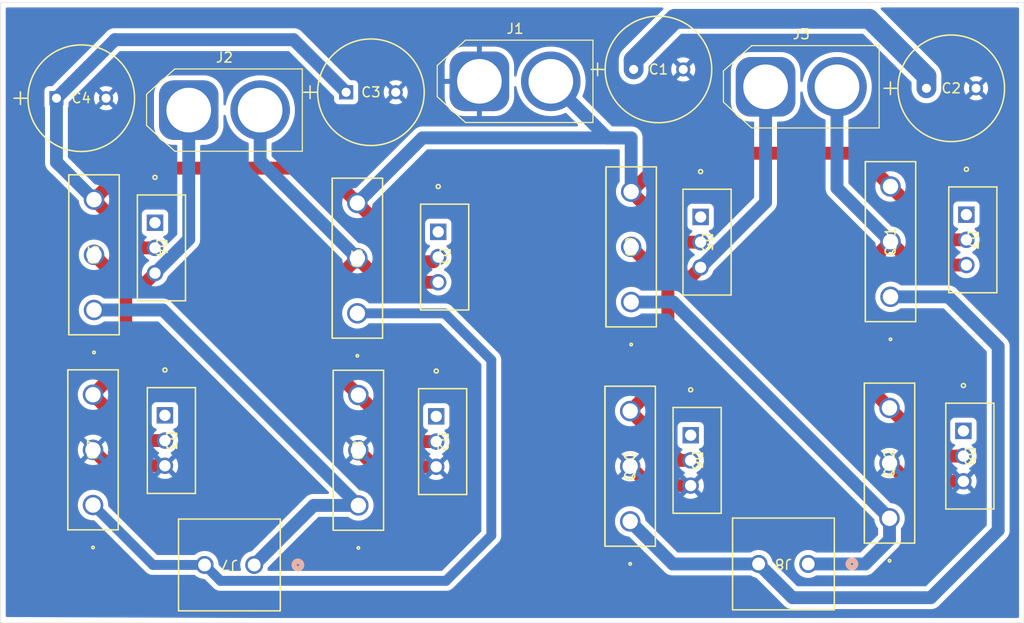
<source format=kicad_pcb>
(kicad_pcb (version 20240108) (generator "pcbnew") (generator_version "8.0")
  (layers (0 "F.Cu" signal) (31 "B.Cu" signal) (34 "B.Paste" user) (35 "F.Paste" user) (36 "B.SilkS" user "B.Silkscreen") (37 "F.SilkS" user "F.Silkscreen") (38 "B.Mask" user) (39 "F.Mask" user) (44 "Edge.Cuts" user))
  (net 0 "")
  (net 1 "Net-(D2-K)")
  (net 3 "+48V")
  (net 4 "GND")
  (net 5 "BDC1")
  (net 6 "BDC2")
  (net 7 "BDC11")
  (net 8 "BDC22")
  (net 10 "Net-(D3-K)")
  (net 14 "Net-(D6-K)")
  (net 17 "Net-(D8-K)")
  (footprint "Connector_AMASS:AMASS_XT60-F_1x02_P7.20mm_Vertical" (layer "F.Cu") (at 129.9 62.15)
    (property "Reference" "J2" (at 3.6 -5.3 180) (layer "F.SilkS"))
    (property "Value" "Conn_01x02_Pin")
    (fp_line (start -4.25 -1.6) (end -4.25 1.55) (stroke (width 0.12)) (layer "F.SilkS"))
    (fp_line (start -4.25 1.55) (end -1.4 4.15) (stroke (width 0.12)) (layer "F.SilkS"))
    (fp_line (start -1.4 -4.15) (end -4.25 -1.6) (stroke (width 0.12)) (layer "F.SilkS"))
    (fp_line (start -1.4 4.15) (end 11.45 4.15) (stroke (width 0.12)) (layer "F.SilkS"))
    (fp_line (start 11.45 -4.15) (end -1.4 -4.15) (stroke (width 0.12)) (layer "F.SilkS"))
    (fp_line (start 11.45 4.15) (end 11.45 -4.15) (stroke (width 0.12)) (layer "F.SilkS"))
    (pad "1" thru_hole roundrect (at 0 0) (size 6 6) (drill 4.5) (layers "*.Cu" "*.Mask") (net 10 "Net-(D3-K)"))
    (pad "2" thru_hole circle (at 7.2 0) (size 6 6) (drill 4.5) (layers "*.Cu" "*.Mask") (net 1 "Net-(D2-K)"))
  )
  (footprint "ZSKIBIDI:schottky" (layer "F.Cu") (at 126.5 73.5 -90)
    (property "Reference" "D4" (at 2.54 -0.65 -90) (layer "F.SilkS"))
    (property "Value" "D_Schottky_AKA")
    (fp_line (start -2.794 1.7757) (end 7.874 1.7757) (stroke (width 0.1524)) (layer "F.SilkS"))
    (fp_line (start 7.874 1.7757) (end 7.874 -3.0757) (stroke (width 0.1524)) (layer "F.SilkS"))
    (fp_line (start -2.794 -3.0757) (end -2.794 1.7757) (stroke (width 0.1524)) (layer "F.SilkS"))
    (fp_line (start 7.874 -3.0757) (end -2.794 -3.0757) (stroke (width 0.1524)) (layer "F.SilkS"))
    (fp_circle (center -4.572 0) (end -4.3688 0) (stroke (width 0.1524)) (fill none) (layer "F.SilkS"))
    (pad "1" thru_hole rect (at 0 0 270) (size 1.651 1.651) (drill 1.143) (layers "*.Cu" "*.Mask"))
    (pad "2" thru_hole circle (at 2.54 0 270) (size 1.651 1.651) (drill 1.143) (layers "*.Cu" "*.Mask") (net 3 "+48V"))
    (pad "3" thru_hole circle (at 5.08 0 270) (size 1.651 1.651) (drill 1.143) (layers "*.Cu" "*.Mask") (net 10 "Net-(D3-K)"))
  )
  (footprint "ZSKIBIDI:schottky" (layer "F.Cu") (at 154.85 93.0245 -90)
    (property "Reference" "D2" (at 2.54 -0.65 -90) (layer "F.SilkS"))
    (property "Value" "D_Schottky_AKA")
    (fp_line (start -2.794 1.7757) (end 7.874 1.7757) (stroke (width 0.1524)) (layer "F.SilkS"))
    (fp_line (start 7.874 1.7757) (end 7.874 -3.0757) (stroke (width 0.1524)) (layer "F.SilkS"))
    (fp_line (start -2.794 -3.0757) (end -2.794 1.7757) (stroke (width 0.1524)) (layer "F.SilkS"))
    (fp_line (start 7.874 -3.0757) (end -2.794 -3.0757) (stroke (width 0.1524)) (layer "F.SilkS"))
    (fp_circle (center -4.572 0) (end -4.3688 0) (stroke (width 0.1524)) (fill none) (layer "F.SilkS"))
    (pad "1" thru_hole rect (at 0 0 270) (size 1.651 1.651) (drill 1.143) (layers "*.Cu" "*.Mask"))
    (pad "2" thru_hole circle (at 2.54 0 270) (size 1.651 1.651) (drill 1.143) (layers "*.Cu" "*.Mask") (net 1 "Net-(D2-K)"))
    (pad "3" thru_hole circle (at 5.08 0 270) (size 1.651 1.651) (drill 1.143) (layers "*.Cu" "*.Mask") (net 4 "GND"))
  )
  (footprint "ZSKIBIDI:BIGASSCAP" (layer "F.Cu") (at 145.76675 60.35)
    (property "Reference" "C3" (at 2.5 0 0) (layer "F.SilkS"))
    (property "Value" "440uF")
    (fp_line (start -4.2691 0) (end -2.9991 0) (stroke (width 0.1524)) (layer "F.SilkS"))
    (fp_line (start -3.6341 -0.635) (end -3.6341 0.635) (stroke (width 0.1524)) (layer "F.SilkS"))
    (fp_circle (center 2.5 0) (end 7.8721 0) (stroke (width 0.1524)) (fill none) (layer "F.SilkS"))
    (pad "1" thru_hole rect (at 0 0) (size 1.4224 1.4224) (drill 0.9144) (layers "*.Cu" "*.Mask") (net 3 "+48V"))
    (pad "2" thru_hole circle (at 5 0) (size 1.4224 1.4224) (drill 0.9144) (layers "*.Cu" "*.Mask") (net 4 "GND"))
  )
  (footprint "ZSKIBIDI:schottky" (layer "F.Cu") (at 155.05 74.4245 -90)
    (property "Reference" "D1" (at 2.54 -0.65 -90) (layer "F.SilkS"))
    (property "Value" "D_Schottky_AKA")
    (fp_line (start -2.794 1.7757) (end 7.874 1.7757) (stroke (width 0.1524)) (layer "F.SilkS"))
    (fp_line (start 7.874 1.7757) (end 7.874 -3.0757) (stroke (width 0.1524)) (layer "F.SilkS"))
    (fp_line (start -2.794 -3.0757) (end -2.794 1.7757) (stroke (width 0.1524)) (layer "F.SilkS"))
    (fp_line (start 7.874 -3.0757) (end -2.794 -3.0757) (stroke (width 0.1524)) (layer "F.SilkS"))
    (fp_circle (center -4.572 0) (end -4.3688 0) (stroke (width 0.1524)) (fill none) (layer "F.SilkS"))
    (pad "1" thru_hole rect (at 0 0 270) (size 1.651 1.651) (drill 1.143) (layers "*.Cu" "*.Mask"))
    (pad "2" thru_hole circle (at 2.54 0 270) (size 1.651 1.651) (drill 1.143) (layers "*.Cu" "*.Mask") (net 3 "+48V"))
    (pad "3" thru_hole circle (at 5.08 0 270) (size 1.651 1.651) (drill 1.143) (layers "*.Cu" "*.Mask") (net 1 "Net-(D2-K)"))
  )
  (footprint "ZSKIBIDI:schottky" (layer "F.Cu") (at 181.5 72.92 -90)
    (property "Reference" "D5" (at 2.54 -0.65 -90) (layer "F.SilkS"))
    (property "Value" "D_Schottky_AKA")
    (fp_line (start -2.794 1.7757) (end 7.874 1.7757) (stroke (width 0.1524)) (layer "F.SilkS"))
    (fp_line (start 7.874 1.7757) (end 7.874 -3.0757) (stroke (width 0.1524)) (layer "F.SilkS"))
    (fp_line (start -2.794 -3.0757) (end -2.794 1.7757) (stroke (width 0.1524)) (layer "F.SilkS"))
    (fp_line (start 7.874 -3.0757) (end -2.794 -3.0757) (stroke (width 0.1524)) (layer "F.SilkS"))
    (fp_circle (center -4.572 0) (end -4.3688 0) (stroke (width 0.1524)) (fill none) (layer "F.SilkS"))
    (pad "1" thru_hole rect (at 0 0 270) (size 1.651 1.651) (drill 1.143) (layers "*.Cu" "*.Mask"))
    (pad "2" thru_hole circle (at 2.54 0 270) (size 1.651 1.651) (drill 1.143) (layers "*.Cu" "*.Mask") (net 3 "+48V"))
    (pad "3" thru_hole circle (at 5.08 0 270) (size 1.651 1.651) (drill 1.143) (layers "*.Cu" "*.Mask") (net 14 "Net-(D6-K)"))
  )
  (footprint "ZSKIBIDI:schottky" (layer "F.Cu") (at 127.5 92.92 -90)
    (property "Reference" "D3" (at 2.54 -0.65 -90) (layer "F.SilkS"))
    (property "Value" "D_Schottky_AKA")
    (fp_line (start -2.794 1.7757) (end 7.874 1.7757) (stroke (width 0.1524)) (layer "F.SilkS"))
    (fp_line (start 7.874 1.7757) (end 7.874 -3.0757) (stroke (width 0.1524)) (layer "F.SilkS"))
    (fp_line (start -2.794 -3.0757) (end -2.794 1.7757) (stroke (width 0.1524)) (layer "F.SilkS"))
    (fp_line (start 7.874 -3.0757) (end -2.794 -3.0757) (stroke (width 0.1524)) (layer "F.SilkS"))
    (fp_circle (center -4.572 0) (end -4.3688 0) (stroke (width 0.1524)) (fill none) (layer "F.SilkS"))
    (pad "1" thru_hole rect (at 0 0 270) (size 1.651 1.651) (drill 1.143) (layers "*.Cu" "*.Mask"))
    (pad "2" thru_hole circle (at 2.54 0 270) (size 1.651 1.651) (drill 1.143) (layers "*.Cu" "*.Mask") (net 10 "Net-(D3-K)"))
    (pad "3" thru_hole circle (at 5.08 0 270) (size 1.651 1.651) (drill 1.143) (layers "*.Cu" "*.Mask") (net 4 "GND"))
  )
  (footprint "ZSKIBIDI:schottky" (layer "F.Cu") (at 207.9939 94.4871 -90)
    (property "Reference" "D8" (at 2.54 -0.65 -90) (layer "F.SilkS"))
    (property "Value" "D_Schottky_AKA")
    (fp_line (start -2.794 1.7757) (end 7.874 1.7757) (stroke (width 0.1524)) (layer "F.SilkS"))
    (fp_line (start 7.874 1.7757) (end 7.874 -3.0757) (stroke (width 0.1524)) (layer "F.SilkS"))
    (fp_line (start -2.794 -3.0757) (end -2.794 1.7757) (stroke (width 0.1524)) (layer "F.SilkS"))
    (fp_line (start 7.874 -3.0757) (end -2.794 -3.0757) (stroke (width 0.1524)) (layer "F.SilkS"))
    (fp_circle (center -4.572 0) (end -4.3688 0) (stroke (width 0.1524)) (fill none) (layer "F.SilkS"))
    (pad "1" thru_hole rect (at 0 0 270) (size 1.651 1.651) (drill 1.143) (layers "*.Cu" "*.Mask"))
    (pad "2" thru_hole circle (at 2.54 0 270) (size 1.651 1.651) (drill 1.143) (layers "*.Cu" "*.Mask") (net 17 "Net-(D8-K)"))
    (pad "3" thru_hole circle (at 5.08 0 270) (size 1.651 1.651) (drill 1.143) (layers "*.Cu" "*.Mask") (net 4 "GND"))
  )
  (footprint "ZSKIBIDI:schottky" (layer "F.Cu") (at 180.5 94.92 -90)
    (property "Reference" "D6" (at 2.54 -0.65 -90) (layer "F.SilkS"))
    (property "Value" "D_Schottky_AKA")
    (fp_line (start -2.794 1.7757) (end 7.874 1.7757) (stroke (width 0.1524)) (layer "F.SilkS"))
    (fp_line (start 7.874 1.7757) (end 7.874 -3.0757) (stroke (width 0.1524)) (layer "F.SilkS"))
    (fp_line (start -2.794 -3.0757) (end -2.794 1.7757) (stroke (width 0.1524)) (layer "F.SilkS"))
    (fp_line (start 7.874 -3.0757) (end -2.794 -3.0757) (stroke (width 0.1524)) (layer "F.SilkS"))
    (fp_circle (center -4.572 0) (end -4.3688 0) (stroke (width 0.1524)) (fill none) (layer "F.SilkS"))
    (pad "1" thru_hole rect (at 0 0 270) (size 1.651 1.651) (drill 1.143) (layers "*.Cu" "*.Mask"))
    (pad "2" thru_hole circle (at 2.54 0 270) (size 1.651 1.651) (drill 1.143) (layers "*.Cu" "*.Mask") (net 14 "Net-(D6-K)"))
    (pad "3" thru_hole circle (at 5.08 0 270) (size 1.651 1.651) (drill 1.143) (layers "*.Cu" "*.Mask") (net 4 "GND"))
  )
  (footprint "ZSKIBIDI:schottky" (layer "F.Cu") (at 208.2939 72.6871 -90)
    (property "Reference" "D7" (at 2.54 -0.65 -90) (layer "F.SilkS"))
    (property "Value" "D_Schottky_AKA")
    (fp_line (start -2.794 1.7757) (end 7.874 1.7757) (stroke (width 0.1524)) (layer "F.SilkS"))
    (fp_line (start 7.874 1.7757) (end 7.874 -3.0757) (stroke (width 0.1524)) (layer "F.SilkS"))
    (fp_line (start -2.794 -3.0757) (end -2.794 1.7757) (stroke (width 0.1524)) (layer "F.SilkS"))
    (fp_line (start 7.874 -3.0757) (end -2.794 -3.0757) (stroke (width 0.1524)) (layer "F.SilkS"))
    (fp_circle (center -4.572 0) (end -4.3688 0) (stroke (width 0.1524)) (fill none) (layer "F.SilkS"))
    (pad "1" thru_hole rect (at 0 0 270) (size 1.651 1.651) (drill 1.143) (layers "*.Cu" "*.Mask"))
    (pad "2" thru_hole circle (at 2.54 0 270) (size 1.651 1.651) (drill 1.143) (layers "*.Cu" "*.Mask") (net 3 "+48V"))
    (pad "3" thru_hole circle (at 5.08 0 270) (size 1.651 1.651) (drill 1.143) (layers "*.Cu" "*.Mask") (net 17 "Net-(D8-K)"))
  )
  (footprint "Skibidi-feet:IGBT" (layer "F.Cu") (at 120.3513 82.29965 90)
    (property "Reference" "Q5" (at 5.5626 0 90) (layer "F.SilkS"))
    (property "Value" "IGBT")
    (fp_line (start 13.6271 -2.54) (end -2.5019 -2.54) (stroke (width 0.1524)) (layer "F.SilkS"))
    (fp_line (start -2.3749 -2.54) (end 13.5001 -2.54) (stroke (width 0.1524)) (layer "F.SilkS"))
    (fp_line (start -2.5019 -2.54) (end -2.5019 2.54) (stroke (width 0.1524)) (layer "F.SilkS"))
    (fp_line (start 13.6271 2.54) (end 13.6271 -2.54) (stroke (width 0.1524)) (layer "F.SilkS"))
    (fp_line (start -2.5019 2.54) (end 13.6271 2.54) (stroke (width 0.1524)) (layer "F.SilkS"))
    (fp_circle (center -4.2799 0) (end -4.1529 0) (stroke (width 0.1524)) (fill none) (layer "F.SilkS"))
    (pad "1" thru_hole circle (at 0 0 90) (size 2.0574 2.0574) (drill 1.5494) (layers "*.Cu" "*.Mask") (net 7 "BDC11"))
    (pad "2" thru_hole circle (at 5.5626 0 90) (size 2.0574 2.0574) (drill 1.5494) (layers "*.Cu" "*.Mask") (net 10 "Net-(D3-K)"))
    (pad "3" thru_hole circle (at 11.1252 0 90) (size 2.0574 2.0574) (drill 1.5494) (layers "*.Cu" "*.Mask") (net 3 "+48V"))
  )
  (footprint "ZSKIBIDI:BIGASSCAP" (layer "F.Cu") (at 116.56675 60.95)
    (property "Reference" "C4" (at 2.5 0 0) (layer "F.SilkS"))
    (property "Value" "440uF")
    (fp_line (start -4.2691 0) (end -2.9991 0) (stroke (width 0.1524)) (layer "F.SilkS"))
    (fp_line (start -3.6341 -0.635) (end -3.6341 0.635) (stroke (width 0.1524)) (layer "F.SilkS"))
    (fp_circle (center 2.5 0) (end 7.8721 0) (stroke (width 0.1524)) (fill none) (layer "F.SilkS"))
    (pad "1" thru_hole rect (at 0 0) (size 1.4224 1.4224) (drill 0.9144) (layers "*.Cu" "*.Mask") (net 3 "+48V"))
    (pad "2" thru_hole circle (at 5 0) (size 1.4224 1.4224) (drill 0.9144) (layers "*.Cu" "*.Mask") (net 4 "GND"))
  )
  (footprint "Skibidi-feet:IGBT" (layer "F.Cu") (at 146.9 82.6374 90)
    (property "Reference" "Q6" (at 5.5626 0 90) (layer "F.SilkS"))
    (property "Value" "IGBT")
    (fp_line (start 13.6271 -2.54) (end -2.5019 -2.54) (stroke (width 0.1524)) (layer "F.SilkS"))
    (fp_line (start -2.3749 -2.54) (end 13.5001 -2.54) (stroke (width 0.1524)) (layer "F.SilkS"))
    (fp_line (start -2.5019 -2.54) (end -2.5019 2.54) (stroke (width 0.1524)) (layer "F.SilkS"))
    (fp_line (start 13.6271 2.54) (end 13.6271 -2.54) (stroke (width 0.1524)) (layer "F.SilkS"))
    (fp_line (start -2.5019 2.54) (end 13.6271 2.54) (stroke (width 0.1524)) (layer "F.SilkS"))
    (fp_circle (center -4.2799 0) (end -4.1529 0) (stroke (width 0.1524)) (fill none) (layer "F.SilkS"))
    (pad "1" thru_hole circle (at 0 0 90) (size 2.0574 2.0574) (drill 1.5494) (layers "*.Cu" "*.Mask") (net 8 "BDC22"))
    (pad "2" thru_hole circle (at 5.5626 0 90) (size 2.0574 2.0574) (drill 1.5494) (layers "*.Cu" "*.Mask") (net 1 "Net-(D2-K)"))
    (pad "3" thru_hole circle (at 11.1252 0 90) (size 2.0574 2.0574) (drill 1.5494) (layers "*.Cu" "*.Mask") (net 3 "+48V"))
  )
  (footprint "Skibidi-feet:IGBT" (layer "F.Cu") (at 200.6439 80.9736 90)
    (property "Reference" "Q11" (at 5.5626 0 90) (layer "F.SilkS"))
    (property "Value" "IGBT")
    (fp_line (start 13.6271 -2.54) (end -2.5019 -2.54) (stroke (width 0.1524)) (layer "F.SilkS"))
    (fp_line (start -2.3749 -2.54) (end 13.5001 -2.54) (stroke (width 0.1524)) (layer "F.SilkS"))
    (fp_line (start -2.5019 -2.54) (end -2.5019 2.54) (stroke (width 0.1524)) (layer "F.SilkS"))
    (fp_line (start 13.6271 2.54) (end 13.6271 -2.54) (stroke (width 0.1524)) (layer "F.SilkS"))
    (fp_line (start -2.5019 2.54) (end 13.6271 2.54) (stroke (width 0.1524)) (layer "F.SilkS"))
    (fp_circle (center -4.2799 0) (end -4.1529 0) (stroke (width 0.1524)) (fill none) (layer "F.SilkS"))
    (pad "1" thru_hole circle (at 0 0 90) (size 2.0574 2.0574) (drill 1.5494) (layers "*.Cu" "*.Mask") (net 6 "BDC2"))
    (pad "2" thru_hole circle (at 5.5626 0 90) (size 2.0574 2.0574) (drill 1.5494) (layers "*.Cu" "*.Mask") (net 17 "Net-(D8-K)"))
    (pad "3" thru_hole circle (at 11.1252 0 90) (size 2.0574 2.0574) (drill 1.5494) (layers "*.Cu" "*.Mask") (net 3 "+48V"))
  )
  (footprint "Skibidi-feet:Screwterminal2" (layer "F.Cu") (at 136.5 108 180)
    (property "Reference" "J7" (at 2.5 0 180) (layer "F.SilkS"))
    (property "Value" "Screw_Terminal_01x02")
    (fp_circle (center -4.405 0) (end -4.024 0) (stroke (width 0.508)) (fill none) (layer "B.SilkS"))
    (fp_line (start 7.627 4.626999) (end 7.627 -4.627001) (stroke (width 0.1524)) (layer "F.SilkS"))
    (fp_line (start 7.627 -4.627001) (end -2.627 -4.627001) (stroke (width 0.1524)) (layer "F.SilkS"))
    (fp_line (start -2.627 4.626999) (end 7.627 4.626999) (stroke (width 0.1524)) (layer "F.SilkS"))
    (fp_line (start -2.627 -4.627001) (end -2.627 4.626999) (stroke (width 0.1524)) (layer "F.SilkS"))
    (fp_circle (center -4.405 0) (end -4.024 0) (stroke (width 0.508)) (fill none) (layer "F.SilkS"))
    (pad "1" thru_hole circle (at 0 0 180) (size 1.8034 1.8034) (drill 1.2954) (layers "*.Cu" "*.Mask") (net 7 "BDC11"))
    (pad "2" thru_hole circle (at 5 0 180) (size 1.8034 1.8034) (drill 1.2954) (layers "*.Cu" "*.Mask") (net 8 "BDC22"))
  )
  (footprint "Skibidi-feet:Screwterminal2" (layer "F.Cu") (at 192.35 107.9 180)
    (property "Reference" "J8" (at 2.5 0 180) (layer "F.SilkS"))
    (property "Value" "Screw_Terminal_01x02")
    (fp_circle (center -4.405 0) (end -4.024 0) (stroke (width 0.508)) (fill none) (layer "B.SilkS"))
    (fp_line (start 7.627 4.626999) (end 7.627 -4.627001) (stroke (width 0.1524)) (layer "F.SilkS"))
    (fp_line (start 7.627 -4.627001) (end -2.627 -4.627001) (stroke (width 0.1524)) (layer "F.SilkS"))
    (fp_line (start -2.627 4.626999) (end 7.627 4.626999) (stroke (width 0.1524)) (layer "F.SilkS"))
    (fp_line (start -2.627 -4.627001) (end -2.627 4.626999) (stroke (width 0.1524)) (layer "F.SilkS"))
    (fp_circle (center -4.405 0) (end -4.024 0) (stroke (width 0.508)) (fill none) (layer "F.SilkS"))
    (pad "1" thru_hole circle (at 0 0 180) (size 1.8034 1.8034) (drill 1.2954) (layers "*.Cu" "*.Mask") (net 5 "BDC1"))
    (pad "2" thru_hole circle (at 5 0 180) (size 1.8034 1.8034) (drill 1.2954) (layers "*.Cu" "*.Mask") (net 6 "BDC2"))
  )
  (footprint "ZSKIBIDI:BIGASSCAP" (layer "F.Cu") (at 174.75 58.05)
    (property "Reference" "C1" (at 2.5 0 0) (layer "F.SilkS"))
    (property "Value" "440uF")
    (fp_line (start -4.2691 0) (end -2.9991 0) (stroke (width 0.1524)) (layer "F.SilkS"))
    (fp_line (start -3.6341 -0.635) (end -3.6341 0.635) (stroke (width 0.1524)) (layer "F.SilkS"))
    (fp_circle (center 2.5 0) (end 7.8721 0) (stroke (width 0.1524)) (fill none) (layer "F.SilkS"))
    (pad "1" thru_hole rect (at 0 0) (size 1.4224 1.4224) (drill 0.9144) (layers "*.Cu" "*.Mask") (net 3 "+48V"))
    (pad "2" thru_hole circle (at 5 0) (size 1.4224 1.4224) (drill 0.9144) (layers "*.Cu" "*.Mask") (net 4 "GND"))
  )
  (footprint "Skibidi-feet:IGBT" (layer "F.Cu") (at 174.5 81.5 90)
    (property "Reference" "Q9" (at 5.5626 0 90) (layer "F.SilkS"))
    (property "Value" "IGBT")
    (fp_line (start 13.6271 -2.54) (end -2.5019 -2.54) (stroke (width 0.1524)) (layer "F.SilkS"))
    (fp_line (start -2.3749 -2.54) (end 13.5001 -2.54) (stroke (width 0.1524)) (layer "F.SilkS"))
    (fp_line (start -2.5019 -2.54) (end -2.5019 2.54) (stroke (width 0.1524)) (layer "F.SilkS"))
    (fp_line (start 13.6271 2.54) (end 13.6271 -2.54) (stroke (width 0.1524)) (layer "F.SilkS"))
    (fp_line (start -2.5019 2.54) (end 13.6271 2.54) (stroke (width 0.1524)) (layer "F.SilkS"))
    (fp_circle (center -4.2799 0) (end -4.1529 0) (stroke (width 0.1524)) (fill none) (layer "F.SilkS"))
    (pad "1" thru_hole circle (at 0 0 90) (size 2.0574 2.0574) (drill 1.5494) (layers "*.Cu" "*.Mask") (net 5 "BDC1"))
    (pad "2" thru_hole circle (at 5.5626 0 90) (size 2.0574 2.0574) (drill 1.5494) (layers "*.Cu" "*.Mask") (net 14 "Net-(D6-K)"))
    (pad "3" thru_hole circle (at 11.1252 0 90) (size 2.0574 2.0574) (drill 1.5494) (layers "*.Cu" "*.Mask") (net 3 "+48V"))
  )
  (footprint "Skibidi-feet:IGBT" (layer "F.Cu") (at 147 102 90)
    (property "Reference" "Q8" (at 5.5626 0 90) (layer "F.SilkS"))
    (property "Value" "IGBT")
    (fp_line (start 13.6271 -2.54) (end -2.5019 -2.54) (stroke (width 0.1524)) (layer "F.SilkS"))
    (fp_line (start -2.3749 -2.54) (end 13.5001 -2.54) (stroke (width 0.1524)) (layer "F.SilkS"))
    (fp_line (start -2.5019 -2.54) (end -2.5019 2.54) (stroke (width 0.1524)) (layer "F.SilkS"))
    (fp_line (start 13.6271 2.54) (end 13.6271 -2.54) (stroke (width 0.1524)) (layer "F.SilkS"))
    (fp_line (start -2.5019 2.54) (end 13.6271 2.54) (stroke (width 0.1524)) (layer "F.SilkS"))
    (fp_circle (center -4.2799 0) (end -4.1529 0) (stroke (width 0.1524)) (fill none) (layer "F.SilkS"))
    (pad "1" thru_hole circle (at 0 0 90) (size 2.0574 2.0574) (drill 1.5494) (layers "*.Cu" "*.Mask") (net 7 "BDC11"))
    (pad "2" thru_hole circle (at 5.5626 0 90) (size 2.0574 2.0574) (drill 1.5494) (layers "*.Cu" "*.Mask") (net 4 "GND"))
    (pad "3" thru_hole circle (at 11.1252 0 90) (size 2.0574 2.0574) (drill 1.5494) (layers "*.Cu" "*.Mask") (net 1 "Net-(D2-K)"))
  )
  (footprint "Skibidi-feet:IGBT" (layer "F.Cu") (at 120.2513 101.96225 90)
    (property "Reference" "Q7" (at 5.5626 0 90) (layer "F.SilkS"))
    (property "Value" "IGBT")
    (fp_line (start 13.6271 -2.54) (end -2.5019 -2.54) (stroke (width 0.1524)) (layer "F.SilkS"))
    (fp_line (start -2.3749 -2.54) (end 13.5001 -2.54) (stroke (width 0.1524)) (layer "F.SilkS"))
    (fp_line (start -2.5019 -2.54) (end -2.5019 2.54) (stroke (width 0.1524)) (layer "F.SilkS"))
    (fp_line (start 13.6271 2.54) (end 13.6271 -2.54) (stroke (width 0.1524)) (layer "F.SilkS"))
    (fp_line (start -2.5019 2.54) (end 13.6271 2.54) (stroke (width 0.1524)) (layer "F.SilkS"))
    (fp_circle (center -4.2799 0) (end -4.1529 0) (stroke (width 0.1524)) (fill none) (layer "F.SilkS"))
    (pad "1" thru_hole circle (at 0 0 90) (size 2.0574 2.0574) (drill 1.5494) (layers "*.Cu" "*.Mask") (net 8 "BDC22"))
    (pad "2" thru_hole circle (at 5.5626 0 90) (size 2.0574 2.0574) (drill 1.5494) (layers "*.Cu" "*.Mask") (net 4 "GND"))
    (pad "3" thru_hole circle (at 11.1252 0 90) (size 2.0574 2.0574) (drill 1.5494) (layers "*.Cu" "*.Mask") (net 10 "Net-(D3-K)"))
  )
  (footprint "Connector_AMASS:AMASS_XT60-F_1x02_P7.20mm_Vertical" (layer "F.Cu") (at 188.05 59.8)
    (property "Reference" "J3" (at 3.6 -5.3 180) (layer "F.SilkS"))
    (property "Value" "Conn_01x02_Pin")
    (fp_line (start -4.25 -1.6) (end -4.25 1.55) (stroke (width 0.12)) (layer "F.SilkS"))
    (fp_line (start -4.25 1.55) (end -1.4 4.15) (stroke (width 0.12)) (layer "F.SilkS"))
    (fp_line (start -1.4 -4.15) (end -4.25 -1.6) (stroke (width 0.12)) (layer "F.SilkS"))
    (fp_line (start -1.4 4.15) (end 11.45 4.15) (stroke (width 0.12)) (layer "F.SilkS"))
    (fp_line (start 11.45 -4.15) (end -1.4 -4.15) (stroke (width 0.12)) (layer "F.SilkS"))
    (fp_line (start 11.45 4.15) (end 11.45 -4.15) (stroke (width 0.12)) (layer "F.SilkS"))
    (pad "1" thru_hole roundrect (at 0 0) (size 6 6) (drill 4.5) (layers "*.Cu" "*.Mask") (net 14 "Net-(D6-K)"))
    (pad "2" thru_hole circle (at 7.2 0) (size 6 6) (drill 4.5) (layers "*.Cu" "*.Mask") (net 17 "Net-(D8-K)"))
  )
  (footprint "ZSKIBIDI:BIGASSCAP" (layer "F.Cu") (at 204.26675 59.95)
    (property "Reference" "C2" (at 2.5 0 0) (layer "F.SilkS"))
    (property "Value" "440uF")
    (fp_line (start -4.2691 0) (end -2.9991 0) (stroke (width 0.1524)) (layer "F.SilkS"))
    (fp_line (start -3.6341 -0.635) (end -3.6341 0.635) (stroke (width 0.1524)) (layer "F.SilkS"))
    (fp_circle (center 2.5 0) (end 7.8721 0) (stroke (width 0.1524)) (fill none) (layer "F.SilkS"))
    (pad "1" thru_hole rect (at 0 0) (size 1.4224 1.4224) (drill 0.9144) (layers "*.Cu" "*.Mask") (net 3 "+48V"))
    (pad "2" thru_hole circle (at 5 0) (size 1.4224 1.4224) (drill 0.9144) (layers "*.Cu" "*.Mask") (net 4 "GND"))
  )
  (footprint "Skibidi-feet:IGBT" (layer "F.Cu") (at 200.5439 103.2988 90)
    (property "Reference" "Q12" (at 5.5626 0 90) (layer "F.SilkS"))
    (property "Value" "IGBT")
    (fp_line (start 13.6271 -2.54) (end -2.5019 -2.54) (stroke (width 0.1524)) (layer "F.SilkS"))
    (fp_line (start -2.3749 -2.54) (end 13.5001 -2.54) (stroke (width 0.1524)) (layer "F.SilkS"))
    (fp_line (start -2.5019 -2.54) (end -2.5019 2.54) (stroke (width 0.1524)) (layer "F.SilkS"))
    (fp_line (start 13.6271 2.54) (end 13.6271 -2.54) (stroke (width 0.1524)) (layer "F.SilkS"))
    (fp_line (start -2.5019 2.54) (end 13.6271 2.54) (stroke (width 0.1524)) (layer "F.SilkS"))
    (fp_circle (center -4.2799 0) (end -4.1529 0) (stroke (width 0.1524)) (fill none) (layer "F.SilkS"))
    (pad "1" thru_hole circle (at 0 0 90) (size 2.0574 2.0574) (drill 1.5494) (layers "*.Cu" "*.Mask") (net 5 "BDC1"))
    (pad "2" thru_hole circle (at 5.5626 0 90) (size 2.0574 2.0574) (drill 1.5494) (layers "*.Cu" "*.Mask") (net 4 "GND"))
    (pad "3" thru_hole circle (at 11.1252 0 90) (size 2.0574 2.0574) (drill 1.5494) (layers "*.Cu" "*.Mask") (net 17 "Net-(D8-K)"))
  )
  (footprint "Connector_AMASS:AMASS_XT60-F_1x02_P7.20mm_Vertical" (layer "F.Cu") (at 159.2 59.25)
    (property "Reference" "J1" (at 3.6 -5.3 180) (layer "F.SilkS"))
    (property "Value" "Conn_01x02_Pin")
    (fp_line (start -4.25 -1.6) (end -4.25 1.55) (stroke (width 0.12)) (layer "F.SilkS"))
    (fp_line (start -4.25 1.55) (end -1.4 4.15) (stroke (width 0.12)) (layer "F.SilkS"))
    (fp_line (start -1.4 -4.15) (end -4.25 -1.6) (stroke (width 0.12)) (layer "F.SilkS"))
    (fp_line (start -1.4 4.15) (end 11.45 4.15) (stroke (width 0.12)) (layer "F.SilkS"))
    (fp_line (start 11.45 -4.15) (end -1.4 -4.15) (stroke (width 0.12)) (layer "F.SilkS"))
    (fp_line (start 11.45 4.15) (end 11.45 -4.15) (stroke (width 0.12)) (layer "F.SilkS"))
    (pad "1" thru_hole roundrect (at 0 0) (size 6 6) (drill 4.5) (layers "*.Cu" "*.Mask") (net 4 "GND"))
    (pad "2" thru_hole circle (at 7.2 0) (size 6 6) (drill 4.5) (layers "*.Cu" "*.Mask") (net 3 "+48V"))
  )
  (footprint "Skibidi-feet:IGBT" (layer "F.Cu") (at 174.4 103.611 90)
    (property "Reference" "Q10" (at 5.5626 0 90) (layer "F.SilkS"))
    (property "Value" "IGBT")
    (fp_line (start 13.6271 -2.54) (end -2.5019 -2.54) (stroke (width 0.1524)) (layer "F.SilkS"))
    (fp_line (start -2.3749 -2.54) (end 13.5001 -2.54) (stroke (width 0.1524)) (layer "F.SilkS"))
    (fp_line (start -2.5019 -2.54) (end -2.5019 2.54) (stroke (width 0.1524)) (layer "F.SilkS"))
    (fp_line (start 13.6271 2.54) (end 13.6271 -2.54) (stroke (width 0.1524)) (layer "F.SilkS"))
    (fp_line (start -2.5019 2.54) (end 13.6271 2.54) (stroke (width 0.1524)) (layer "F.SilkS"))
    (fp_circle (center -4.2799 0) (end -4.1529 0) (stroke (width 0.1524)) (fill none) (layer "F.SilkS"))
    (pad "1" thru_hole circle (at 0 0 90) (size 2.0574 2.0574) (drill 1.5494) (layers "*.Cu" "*.Mask") (net 6 "BDC2"))
    (pad "2" thru_hole circle (at 5.5626 0 90) (size 2.0574 2.0574) (drill 1.5494) (layers "*.Cu" "*.Mask") (net 4 "GND"))
    (pad "3" thru_hole circle (at 11.1252 0 90) (size 2.0574 2.0574) (drill 1.5494) (layers "*.Cu" "*.Mask") (net 14 "Net-(D6-K)"))
  )
  (gr_rect (start 110.95 51.3) (end 214.1 113.85) (stroke (width 0.05)) (fill none) (layer "Edge.Cuts"))
  (segment (start 144 79.9748) (end 144 87.8748) (width 1.3) (layer "F.Cu") (net 1))
  (segment (start 154.85 95.5645) (end 151.6897 95.5645) (width 1.3) (layer "F.Cu") (net 1))
  (segment (start 146.9 77.0748) (end 144 79.9748) (width 1.3) (layer "F.Cu") (net 1))
  (segment (start 146.9 77.0748) (end 149.3297 79.5045) (width 1.3) (layer "F.Cu") (net 1))
  (segment (start 144 87.8748) (end 147 90.8748) (width 1.3) (layer "F.Cu") (net 1))
  (segment (start 151.6897 95.5645) (end 147 90.8748) (width 1.3) (layer "F.Cu") (net 1))
  (segment (start 149.3297 79.5045) (end 155.05 79.5045) (width 1.3) (layer "F.Cu") (net 1))
  (segment (start 137.1 67.2748) (end 137.1 62.15) (width 1.3) (layer "B.Cu") (net 1))
  (segment (start 146.9 77.0748) (end 137.1 67.2748) (width 1.3) (layer "B.Cu") (net 1))
  (segment (start 143.3878 68) (end 123.52575 68) (width 1.3) (layer "F.Cu") (net 3))
  (segment (start 174.5 70.3748) (end 179.5852 75.46) (width 1.3) (layer "F.Cu") (net 3))
  (segment (start 154.5771 77.4374) (end 155.05 76.9645) (width 0.2) (layer "F.Cu") (net 3))
  (segment (start 146.9 71.5122) (end 143.3878 68) (width 1.3) (layer "F.Cu") (net 3))
  (segment (start 178.3748 66.5) (end 197.2955 66.5) (width 1.3) (layer "F.Cu") (net 3))
  (segment (start 146.9 71.5122) (end 152.8252 77.4374) (width 1.3) (layer "F.Cu") (net 3))
  (segment (start 206.0226 75.2271) (end 208.2939 75.2271) (width 1.3) (layer "F.Cu") (net 3))
  (segment (start 152.8252 77.4374) (end 154.5771 77.4374) (width 1.3) (layer "F.Cu") (net 3))
  (segment (start 125.21685 76.04) (end 120.3513 71.17445) (width 1.3) (layer "F.Cu") (net 3))
  (segment (start 179.5852 75.46) (end 181.5 75.46) (width 1.3) (layer "F.Cu") (net 3))
  (segment (start 200.6439 69.8484) (end 206.0226 75.2271) (width 1.3) (layer "F.Cu") (net 3))
  (segment (start 126.5 76.04) (end 125.21685 76.04) (width 1.3) (layer "F.Cu") (net 3))
  (segment (start 197.2955 66.5) (end 200.6439 69.8484) (width 1.3) (layer "F.Cu") (net 3))
  (segment (start 123.52575 68) (end 120.3513 71.17445) (width 1.3) (layer "F.Cu") (net 3))
  (segment (start 174.5 70.3748) (end 178.3748 66.5) (width 1.3) (layer "F.Cu") (net 3))
  (segment (start 172.1 64.95) (end 166.4 59.25) (width 1.3) (layer "B.Cu") (net 3))
  (segment (start 153.4622 64.95) (end 174.5 64.95) (width 1.3) (layer "B.Cu") (net 3))
  (segment (start 120.3513 71.17445) (end 116.82685 67.65) (width 1.3) (layer "B.Cu") (net 3))
  (segment (start 116.56675 60.95) (end 122.45 55.06675) (width 1.3) (layer "B.Cu") (net 3))
  (segment (start 174.75 57.1) (end 178.9 52.95) (width 2) (layer "B.Cu") (net 3))
  (segment (start 146.9 71.5122) (end 153.4622 64.95) (width 1.3) (layer "B.Cu") (net 3))
  (segment (start 174.75 58.05) (end 174.75 57.1) (width 2) (layer "B.Cu") (net 3))
  (segment (start 116.82685 67.65) (end 116.8 67.65) (width 1.3) (layer "B.Cu") (net 3))
  (segment (start 116.56675 67.41675) (end 116.56675 60.95) (width 1.3) (layer "B.Cu") (net 3))
  (segment (start 122.45 55.05) (end 140.46675 55.05) (width 1.3) (layer "B.Cu") (net 3))
  (segment (start 174.5 64.95) (end 172.1 64.95) (width 1.3) (layer "B.Cu") (net 3))
  (segment (start 122.45 55.06675) (end 122.45 55.05) (width 1.3) (layer "B.Cu") (net 3))
  (segment (start 116.8 67.65) (end 116.56675 67.41675) (width 1.3) (layer "B.Cu") (net 3))
  (segment (start 178.9 52.95) (end 198.5 52.95) (width 2) (layer "B.Cu") (net 3))
  (segment (start 140.46675 55.05) (end 145.76675 60.35) (width 1.3) (layer "B.Cu") (net 3))
  (segment (start 198.5 52.95) (end 204.26675 58.71675) (width 2) (layer "B.Cu") (net 3))
  (segment (start 174.5 70.3748) (end 174.5 64.95) (width 1.3) (layer "B.Cu") (net 3))
  (segment (start 204.26675 58.71675) (end 204.26675 59.95) (width 2) (layer "B.Cu") (net 3))
  (segment (start 121.85165 98) (end 127.5 98) (width 1.3) (layer "F.Cu") (net 4))
  (segment (start 174.4 98.0484) (end 176.3516 100) (width 1.3) (layer "F.Cu") (net 4))
  (segment (start 147 96.4374) (end 148.6671 98.1045) (width 1.3) (layer "F.Cu") (net 4))
  (segment (start 120.2513 96.39965) (end 121.85165 98) (width 1.3) (layer "F.Cu") (net 4))
  (segment (start 148.6671 98.1045) (end 154.85 98.1045) (width 1.3) (layer "F.Cu") (net 4))
  (segment (start 176.3516 100) (end 180.5 100) (width 1.3) (layer "F.Cu") (net 4))
  (segment (start 200.5439 97.7362) (end 202.3748 99.5671) (width 1.3) (layer "F.Cu") (net 4))
  (segment (start 202.3748 99.5671) (end 207.9939 99.5671) (width 1.3) (layer "F.Cu") (net 4))
  (segment (start 200.5439 105.451199) (end 198.095099 107.9) (width 1.3) (layer "B.Cu") (net 5))
  (segment (start 198.095099 107.9) (end 192.35 107.9) (width 1.3) (layer "B.Cu") (net 5))
  (segment (start 200.5439 103.2988) (end 200.5439 105.451199) (width 1.3) (layer "B.Cu") (net 5))
  (segment (start 200.5439 103.2988) (end 178.7451 81.5) (width 1.3) (layer "B.Cu") (net 5))
  (segment (start 178.7451 81.5) (end 174.5 81.5) (width 1.3) (layer "B.Cu") (net 5))
  (segment (start 211.5 86) (end 211.5 104.5) (width 1.3) (layer "B.Cu") (net 6))
  (segment (start 204.7 111.3) (end 190.75 111.3) (width 1.3) (layer "B.Cu") (net 6))
  (segment (start 211.5 104.5) (end 204.7 111.3) (width 1.3) (layer "B.Cu") (net 6))
  (segment (start 206.4736 80.9736) (end 211.5 86) (width 1.3) (layer "B.Cu") (net 6))
  (segment (start 187.35 107.9) (end 178.689 107.9) (width 1.3) (layer "B.Cu") (net 6))
  (segment (start 178.689 107.9) (end 174.4 103.611) (width 1.3) (layer "B.Cu") (net 6))
  (segment (start 200.6439 80.9736) (end 206.4736 80.9736) (width 1.3) (layer "B.Cu") (net 6))
  (segment (start 190.75 111.3) (end 187.35 107.9) (width 1.3) (layer "B.Cu") (net 6))
  (segment (start 142.5 102) (end 136.5 108) (width 1.3) (layer "B.Cu") (net 7))
  (segment (start 120.3513 82.29965) (end 127.29965 82.29965) (width 1.3) (layer "B.Cu") (net 7))
  (segment (start 127.29965 82.29965) (end 147 102) (width 1.3) (layer "B.Cu") (net 7))
  (segment (start 147 102) (end 142.5 102) (width 1.3) (layer "B.Cu") (net 7))
  (segment (start 133.1017 109.6017) (end 131.5 108) (width 1) (layer "B.Cu") (net 8))
  (segment (start 155.7 82.6374) (end 146.9 82.6374) (width 1) (layer "B.Cu") (net 8))
  (segment (start 160.4 105.0374) (end 160.4 87.3374) (width 1) (layer "B.Cu") (net 8))
  (segment (start 131.5 108) (end 126.28905 108) (width 1) (layer "B.Cu") (net 8))
  (segment (start 160.4 87.3374) (end 155.7 82.6374) (width 1) (layer "B.Cu") (net 8))
  (segment (start 160.4 105.0374) (end 155.8357 109.6017) (width 1) (layer "B.Cu") (net 8))
  (segment (start 155.8357 109.6017) (end 133.1017 109.6017) (width 1) (layer "B.Cu") (net 8))
  (segment (start 126.28905 108) (end 120.2513 101.96225) (width 1) (layer "B.Cu") (net 8))
  (segment (start 125.14295 79.93705) (end 126.5 78.58) (width 1.3) (layer "F.Cu") (net 10))
  (segment (start 123.5513 79.93705) (end 123.5513 80.5) (width 1.3) (layer "F.Cu") (net 10))
  (segment (start 123.057125 79.442875) (end 123.5513 79.93705) (width 1.3) (layer "F.Cu") (net 10))
  (segment (start 123.5513 79.93705) (end 125.14295 79.93705) (width 1.3) (layer "F.Cu") (net 10))
  (segment (start 123.5513 80.5) (end 123.5513 87.53705) (width 1.3) (layer "F.Cu") (net 10))
  (segment (start 123.5513 87.53705) (end 120.2513 90.83705) (width 1.3) (layer "F.Cu") (net 10))
  (segment (start 120.2513 90.83705) (end 124.87425 95.46) (width 1.3) (layer "F.Cu") (net 10))
  (segment (start 120.3513 76.73705) (end 123.057125 79.442875) (width 1.3) (layer "F.Cu") (net 10))
  (segment (start 124.87425 95.46) (end 127.5 95.46) (width 1.3) (layer "F.Cu") (net 10))
  (segment (start 126.5 78.58) (end 129.9 75.18) (width 1.3) (layer "B.Cu") (net 10))
  (segment (start 129.9 75.18) (end 129.9 62.15) (width 1.3) (layer "B.Cu") (net 10))
  (segment (start 179.3742 97.46) (end 180.5 97.46) (width 1.3) (layer "F.Cu") (net 14))
  (segment (start 178.2 79.6374) (end 179.8626 79.6374) (width 1.3) (layer "F.Cu") (net 14))
  (segment (start 178.2 79.6374) (end 174.5 75.9374) (width 1.3) (layer "F.Cu") (net 14))
  (segment (start 174.4 92.4858) (end 179.3742 97.46) (width 1.3) (layer "F.Cu") (net 14))
  (segment (start 179.8626 79.6374) (end 181.5 78) (width 1.3) (layer "F.Cu") (net 14))
  (segment (start 174.4 92.4858) (end 178.2 88.6858) (width 1.3) (layer "F.Cu") (net 14))
  (segment (start 178.2 88.6858) (end 178.2 79.6374) (width 1.3) (layer "F.Cu") (net 14))
  (segment (start 181.5 78) (end 188.05 71.45) (width 1.3) (layer "B.Cu") (net 14))
  (segment (start 188.05 71.45) (end 188.05 59.8) (width 1.3) (layer "B.Cu") (net 14))
  (segment (start 203 77.7671) (end 208.2939 77.7671) (width 1.3) (layer "F.Cu") (net 17))
  (segment (start 197.0439 79.011) (end 197.0439 88.6736) (width 1.3) (layer "F.Cu") (net 17))
  (segment (start 205.3974 97.0271) (end 207.9939 97.0271) (width 1.3) (layer "F.Cu") (net 17))
  (segment (start 197.0439 88.6736) (end 200.5439 92.1736) (width 1.3) (layer "F.Cu") (net 17))
  (segment (start 200.5439 92.1736) (end 205.3974 97.0271) (width 1.3) (layer "F.Cu") (net 17))
  (segment (start 200.6439 75.411) (end 197.0439 79.011) (width 1.3) (layer "F.Cu") (net 17))
  (segment (start 200.6439 75.411) (end 203 77.7671) (width 1.3) (layer "F.Cu") (net 17))
  (segment (start 200.6439 75.411) (end 195.25 70.0171) (width 1.3) (layer "B.Cu") (net 17))
  (segment (start 195.25 70.0171) (end 195.25 59.8) (width 1.3) (layer "B.Cu") (net 17))
  (zone (net 4) (net_name "GND") (layer "B.Cu") (connect_pads (clearance 0.5)) (min_thickness 0.25) (fill yes (thermal_gap 0.5) (thermal_bridge_width 0.5))
    (polygon (pts (xy 110.875186 51.050204) (xy 213.925186 51.700204) (xy 213.6 113.65) (xy 111.4 113.25)))
  )
)
</source>
